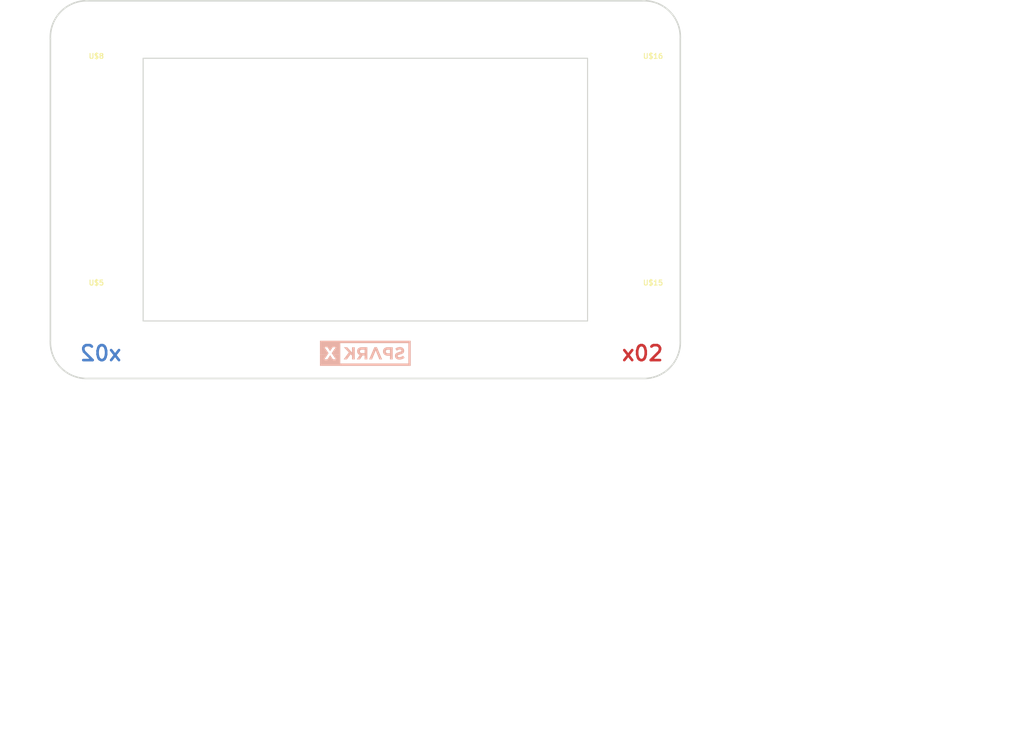
<source format=kicad_pcb>
(kicad_pcb (version 20211014) (generator pcbnew)
  (layers (0 "F.Cu" signal) (31 "B.Cu" signal) (34 "B.Paste" user) (35 "F.Paste" user) (36 "B.SilkS" user "B.Silkscreen") (37 "F.SilkS" user "F.Silkscreen") (38 "B.Mask" user) (39 "F.Mask" user) (44 "Edge.Cuts" user))
  (net 0 "")
  (footprint "eagleBoard:CREATIVE_COMMONS" (layer "F.Cu") (at 131.9911 160.883599)
    (fp_text reference "FRAME1" hide)
    (fp_text value "FRAME-LETTER" hide)
  )
  (footprint "eagleBoard:STAND-OFF" (layer "F.Cu") (at 120.5611 93.573599)
    (fp_text reference "U$8" (at 0 -2.032) (layer "F.SilkS") (effects (font (size 0.512064 0.512064) (thickness 0.097536)) (justify left)))
    (fp_text value "")
    (pad "" np_thru_hole circle (at 0 0) (size 3.302 3.302) (drill 3.302) (layers *.Cu *.Mask))
  )
  (footprint "eagleBoard:STAND-OFF" (layer "F.Cu") (at 176.4411 116.433599)
    (fp_text reference "U$15" (at 0 -2.032) (layer "F.SilkS") (effects (font (size 0.512064 0.512064) (thickness 0.097536)) (justify left)))
    (fp_text value "")
    (pad "" np_thru_hole circle (at 0 0) (size 3.302 3.302) (drill 3.302) (layers *.Cu *.Mask))
  )
  (footprint "eagleBoard:STAND-OFF" (layer "F.Cu") (at 176.4411 93.573599)
    (fp_text reference "U$16" (at 0 -2.032) (layer "F.SilkS") (effects (font (size 0.512064 0.512064) (thickness 0.097536)) (justify left)))
    (fp_text value "")
    (pad "" np_thru_hole circle (at 0 0) (size 3.302 3.302) (drill 3.302) (layers *.Cu *.Mask))
  )
  (footprint "eagleBoard:METER" (layer "F.Cu") (at 148.5011 105.003599)
    (fp_text reference "U$2" hide)
    (fp_text value "" hide)
    (fp_line (start -22.4 -13.25) (end 22.4 -13.25) (layer "Edge.Cuts") (width 0.1016))
    (fp_line (start 22.4 -13.25) (end 22.4 13.25) (layer "Edge.Cuts") (width 0.1016))
    (fp_line (start -22.4 13.25) (end -22.4 -13.25) (layer "Edge.Cuts") (width 0.1016))
    (fp_line (start 22.4 13.25) (end -22.4 13.25) (layer "Edge.Cuts") (width 0.1016))
  )
  (footprint "eagleBoard:STAND-OFF" (layer "F.Cu") (at 120.5611 116.433599)
    (fp_text reference "U$5" (at 0 -2.032) (layer "F.SilkS") (effects (font (size 0.512064 0.512064) (thickness 0.097536)) (justify left)))
    (fp_text value "")
    (pad "" np_thru_hole circle (at 0 0) (size 3.302 3.302) (drill 3.302) (layers *.Cu *.Mask))
  )
  (footprint "eagleBoard:SPARKX-MEDIUM" (layer "B.Cu") (at 148.5011 121.513599 180)
    (fp_text reference "U$1" hide)
    (fp_text value "SPARKX-LOGO4" hide)
    (fp_poly (pts (xy -2.145499 0.611403) (xy -2.052069 0.588123) (xy -1.971014 0.550421) (xy -1.903114 0.500214) (xy -1.848543 0.437616) (xy -1.808605 0.364015) (xy -1.788713 0.295634) (xy -2.099613 0.295634) (xy -2.116482 0.317948) (xy -2.18378 0.352785) (xy -2.273523 0.364418) (xy -2.476681 0.364418) (xy -2.476681 0.295634) (xy -2.757343 0.295634) (xy -2.757343 0.619478) (xy -2.251062 0.619478)) (layer "B.SilkS") (width 0) (fill solid))
    (fp_poly (pts (xy 1.344596 0.089545) (xy 1.545187 0.305634) (xy 1.874867 0.305634) (xy 1.669821 0.091935) (xy 2.195332 -0.618562) (xy 1.859174 -0.618562) (xy 1.480797 -0.099201) (xy 1.344596 -0.240675) (xy 1.344596 -0.618562) (xy 1.064846 -0.618562) (xy 1.064846 0.305634) (xy 1.344596 0.305634)) (layer "B.SilkS") (width 0) (fill solid))
    (fp_poly (pts (xy 0.467247 0.610908) (xy 0.559405 0.590713) (xy 0.639462 0.556901) (xy 0.707412 0.509438) (xy 0.761528 0.449759) (xy 0.800081 0.379455) (xy 0.823889 0.295634) (xy 0.513044 0.295634) (xy 0.49326 0.321553) (xy 0.427917 0.353583) (xy 0.339846 0.364418) (xy 0.077237 0.364418) (xy 0.077237 0.295634) (xy -0.202509 0.295634) (xy -0.202509 0.617646) (xy 0.363177 0.617646)) (layer "B.SilkS") (width 0) (fill solid))
    (fp_poly (pts (xy 1.344596 0.295634) (xy 1.064846 0.295634) (xy 1.064846 0.617646) (xy 1.344596 0.617646)) (layer "B.SilkS") (width 0) (fill solid))
    (fp_poly (pts (xy 4.577 -0.12824) (xy 3.80238 -0.12824) (xy 3.705494 0.013718) (xy 4.111722 0.607646) (xy 3.817585 0.607646) (xy 3.555172 0.205715) (xy 3.294607 0.607646) (xy 2.991304 0.607646) (xy 3.397564 0.010046) (xy 3.302701 -0.12824) (xy 2.524231 -0.12824) (xy 2.524231 1.025528) (xy -4.332 1.025528) (xy -4.332 -1.025528) (xy 2.451934 -1.025528) (xy 2.451934 -1.270528) (xy -4.577 -1.270528) (xy -4.577 1.270528) (xy 4.577 1.270528)) (layer "B.SilkS") (width 0) (fill solid))
    (fp_poly (pts (xy 2.973067 -0.608562) (xy 3.267199 -0.608562) (xy 3.54697 -0.183826) (xy 3.824894 -0.608562) (xy 4.130023 -0.608562) (xy 3.795558 -0.11824) (xy 4.577 -0.11824) (xy 4.577 -1.270528) (xy 2.441934 -1.270528) (xy 2.441934 -1.025528) (xy 2.524231 -1.025528) (xy 2.524231 -0.11824) (xy 3.309564 -0.11824)) (layer "B.SilkS") (width 0) (fill solid))
    (fp_poly (pts (xy -2.476681 -0.000487) (xy -2.268076 -0.000487) (xy -2.179495 0.012423) (xy -2.113916 0.051299) (xy -2.073186 0.109683) (xy -2.059656 0.180607) (xy -2.059656 0.183345) (xy -2.07389 0.261685) (xy -2.107186 0.305634) (xy -1.791612 0.305634) (xy -1.784441 0.28073) (xy -1.77625 0.189505) (xy -1.77625 0.16442) (xy -1.778857 0.169639) (xy -1.786895 0.086136) (xy -1.816007 -0.002126) (xy -1.862432 -0.077275) (xy -1.923461 -0.139229) (xy -1.997168 -0.187031) (xy -2.082436 -0.221506) (xy -2.177086 -0.2422) (xy -2.277599 -0.249143) (xy -2.477596 -0.249143) (xy -2.477596 -0.616734) (xy -2.757343 -0.616734) (xy -2.757343 0.305634) (xy -2.476681 0.305634)) (layer "B.SilkS") (width 0) (fill solid))
    (fp_poly (pts (xy 0.077237 0.022375) (xy 0.345303 0.022375) (xy 0.432552 0.034292) (xy 0.495867 0.068766) (xy 0.534478 0.122507) (xy 0.547296 0.191568) (xy 0.547296 0.193407) (xy 0.533775 0.268583) (xy 0.505388 0.305634) (xy 0.820956 0.305634) (xy 0.823121 0.298646) (xy 0.830703 0.207776) (xy 0.830703 0.203573) (xy 0.812152 0.067471) (xy 0.756624 -0.041423) (xy 0.671694 -0.123367) (xy 0.569647 -0.177363) (xy 0.871762 -0.618562) (xy 0.544141 -0.618562) (xy 0.281707 -0.226284) (xy 0.077237 -0.226284) (xy 0.077237 -0.618562) (xy -0.202509 -0.618562) (xy -0.202509 0.305634) (xy 0.077237 0.305634)) (layer "B.SilkS") (width 0) (fill solid))
    (fp_poly (pts (xy -3.164101 0.264097) (xy -3.239432 0.305634) (xy -3.135518 0.305634)) (layer "B.SilkS") (width 0) (fill solid))
    (fp_poly (pts (xy -0.768357 0.295634) (xy -1.305603 0.295634) (xy -1.164592 0.62679) (xy -0.909265 0.62679)) (layer "B.SilkS") (width 0) (fill solid))
    (fp_poly (pts (xy -0.379228 -0.618562) (xy -0.672701 -0.618562) (xy -1.040587 0.283936) (xy -1.408473 -0.618562) (xy -1.69463 -0.618562) (xy -1.301346 0.305634) (xy -0.772612 0.305634)) (layer "B.SilkS") (width 0) (fill solid))
    (fp_poly (pts (xy -3.350864 0.623897) (xy -3.231664 0.593614) (xy -3.122681 0.544594) (xy -3.018757 0.474993) (xy -3.142402 0.295634) (xy -3.221295 0.295634) (xy -3.328541 0.354727) (xy -3.406214 0.378309) (xy -3.483831 0.386332) (xy -3.551059 0.378465) (xy -3.598739 0.356196) (xy -3.626802 0.323794) (xy -3.63342 0.295634) (xy -3.909783 0.295634) (xy -3.905449 0.341086) (xy -3.88163 0.413579) (xy -3.843373 0.476992) (xy -3.792562 0.531416) (xy -3.729539 0.574971) (xy -3.655543 0.607348) (xy -3.572421 0.627359) (xy -3.48111 0.634121)) (layer "B.SilkS") (width 0) (fill solid))
    (fp_poly (pts (xy -3.63614 0.28381) (xy -3.63614 0.281243) (xy -3.625594 0.231145) (xy -3.586256 0.193557) (xy -3.506021 0.161102) (xy -3.375421 0.124571) (xy -3.20837 0.069497) (xy -3.084773 -0.004288) (xy -3.039813 -0.051736) (xy -3.007425 -0.106786) (xy -2.98779 -0.171058) (xy -2.981431 -0.246677) (xy -2.981431 -0.254442) (xy -2.989734 -0.340975) (xy -3.014776 -0.418156) (xy -3.054999 -0.484064) (xy -3.108523 -0.538825) (xy -3.174819 -0.581443) (xy -3.251936 -0.612864) (xy -3.339283 -0.632345) (xy -3.435454 -0.638692) (xy -3.575258 -0.62643) (xy -3.712363 -0.589929) (xy -3.841957 -0.528456) (xy -3.962905 -0.437932) (xy -3.797445 -0.239191) (xy -3.70858 -0.303299) (xy -3.621793 -0.350171) (xy -3.529975 -0.379937) (xy -3.429933 -0.389994) (xy -3.35618 -0.382097) (xy -3.302034 -0.35971) (xy -3.268752 -0.325074) (xy -3.257521 -0.278298) (xy -3.257521 -0.275769) (xy -3.267162 -0.231061) (xy -3.302086 -0.195266) (xy -3.376797 -0.161061) (xy -3.501746 -0.12458) (xy -3.671424 -0.073219) (xy -3.800513 -0.00314) (xy -3.847977 0.043804) (xy -3.883465 0.101229) (xy -3.90566 0.17153) (xy -3.913146 0.255809) (xy -3.913146 0.259925) (xy -3.908835 0.305634) (xy -3.631093 0.305634)) (layer "B.SilkS") (width 0) (fill solid))
    (fp_poly (pts (xy 1.865272 0.295634) (xy 1.535904 0.295634) (xy 1.834847 0.617646) (xy 2.174284 0.617646)) (layer "B.SilkS") (width 0) (fill solid))
  )
  (gr_arc (start 180.2511 120.243599) (mid 179.1786 122.981099) (end 176.441101 124.0536) (layer "Edge.Cuts") (width 0.1524))
  (gr_arc (start 116.7511 89.763599) (mid 117.8236 87.0261) (end 120.561099 85.9536) (layer "Edge.Cuts") (width 0.1524))
  (gr_arc (start 120.5611 124.053599) (mid 117.823601 122.981099) (end 116.7511 120.243601) (layer "Edge.Cuts") (width 0.1524))
  (gr_line (start 176.4411 124.053599) (end 120.5611 124.053599) (layer "Edge.Cuts") (width 0.1524))
  (gr_arc (start 176.4411 85.953599) (mid 179.178599 87.0261) (end 180.2511 89.763599) (layer "Edge.Cuts") (width 0.1524))
  (gr_line (start 180.2511 89.763599) (end 180.2511 120.243599) (layer "Edge.Cuts") (width 0.1524))
  (gr_line (start 116.7511 120.243599) (end 116.7511 89.763599) (layer "Edge.Cuts") (width 0.1524))
  (gr_line (start 120.5611 85.953599) (end 176.4411 85.953599) (layer "Edge.Cuts") (width 0.1524))
  (gr_text "x02" (at 176.4411 121.513599) (layer "F.Cu") (effects (font (size 1.5113 1.5113) (thickness 0.2667))))
  (gr_text "x02" (at 121.8311 121.513599) (layer "B.Cu") (effects (font (size 1.5113 1.5113) (thickness 0.2667)) (justify mirror)))
)
</source>
